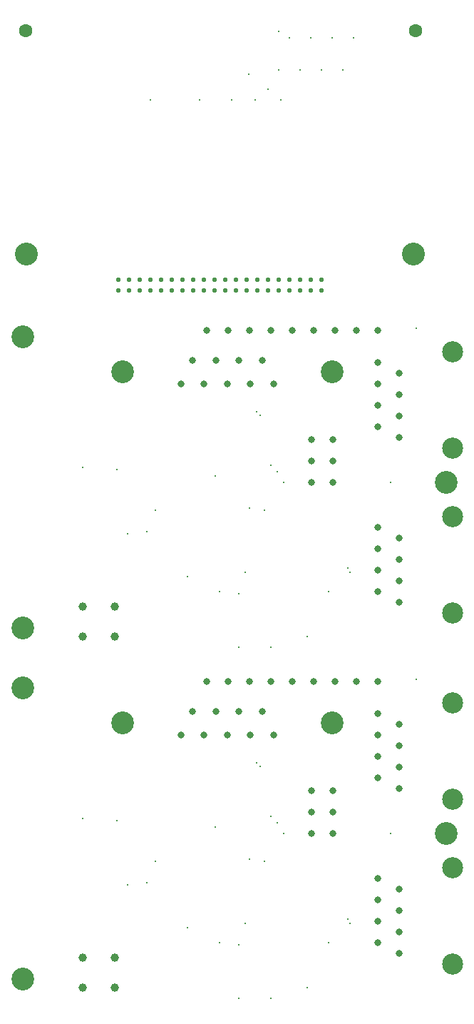
<source format=gbr>
G04 Generated by Ultiboard *
%FSLAX25Y25*%
%MOMM*%

%ADD10C,0.30000*%
%ADD11C,0.20000*%
%ADD12C,2.70000*%
%ADD13C,2.70942*%
%ADD14C,0.80000*%
%ADD15C,1.00000*%
%ADD16C,2.50000*%
%ADD17C,1.60000*%
%ADD18C,0.59258*%


%LNDrill-Copper Top-Copper Bottom*%
%LPD*%
%FSLAX25Y25*%
%MOMM*%
G54D10*
X3200400Y6375400D03*
X889000Y6426200D03*
X1295400Y6400800D03*
X3200400Y2209800D03*
X1422400Y1473200D03*
X889000Y2260600D03*
X1295400Y2235200D03*
X1651000Y1498600D03*
X2133600Y965200D03*
X2514600Y787400D03*
X2743200Y762000D03*
X2743200Y127000D03*
X3124200Y127000D03*
X2819400Y1016000D03*
X1752600Y1752600D03*
X2463800Y2159000D03*
X3048000Y1752600D03*
X2870200Y1778000D03*
X3124200Y2286000D03*
X3000000Y2880000D03*
X2960000Y2920000D03*
X1422400Y5638800D03*
X2743200Y4292600D03*
X3124200Y4292600D03*
X2133600Y5130800D03*
X1651000Y5664200D03*
X1752600Y5918200D03*
X2819400Y5181600D03*
X2514600Y4953000D03*
X2743200Y4927600D03*
X2463800Y6324600D03*
X3048000Y5918200D03*
X2870200Y5943600D03*
X4038600Y1066800D03*
X3810000Y787400D03*
X3556000Y254000D03*
X4064000Y1016000D03*
X3276600Y2082800D03*
X3556000Y4419600D03*
X4038600Y5232400D03*
X3810000Y4953000D03*
X3276600Y6248400D03*
X4064000Y5181600D03*
X3217520Y11142320D03*
X3217520Y11599520D03*
X3242920Y10786720D03*
X3124200Y6451600D03*
X3000000Y7045600D03*
X2960000Y7085600D03*
X1693520Y10786720D03*
X2277720Y10786720D03*
X2658720Y10786720D03*
X2938120Y10786720D03*
X2861920Y11091520D03*
X3090520Y10913720D03*
X3979520Y11142320D03*
X3471520Y11142320D03*
X3725520Y11142320D03*
X3598520Y11523320D03*
X3344520Y11523320D03*
X3852520Y11523320D03*
X4106520Y11523320D03*
G54D11*
X4546600Y2082800D03*
X4851400Y3911600D03*
X4546600Y6248400D03*
X4851400Y8077200D03*
G54D12*
X177800Y355600D03*
X177800Y3810000D03*
X177800Y4521200D03*
X177800Y7975600D03*
X5207000Y6248400D03*
X1367367Y3393017D03*
X3852333Y3393017D03*
X5207000Y2082800D03*
X1367367Y7558617D03*
X3852333Y7558617D03*
G54D13*
X220320Y8957920D03*
X4817720Y8957920D03*
G54D14*
X3606800Y6502400D03*
X3860800Y6502400D03*
X3606800Y6248400D03*
X3860800Y6248400D03*
X3606800Y6756400D03*
X3860800Y6756400D03*
X3124200Y3886200D03*
X2362200Y3886200D03*
X2870200Y3886200D03*
X2616200Y3886200D03*
X3632200Y3886200D03*
X3378200Y3886200D03*
X3886200Y3886200D03*
X4394200Y3886200D03*
X4140200Y3886200D03*
X3158067Y3251200D03*
X2057400Y3251200D03*
X2332567Y3251200D03*
X2607733Y3251200D03*
X2882900Y3251200D03*
X2470150Y3534833D03*
X2194983Y3534833D03*
X2745317Y3534833D03*
X3020483Y3534833D03*
X4394200Y3251200D03*
X4648200Y3124200D03*
X4394200Y2997200D03*
X4394200Y2743200D03*
X4648200Y2870200D03*
X4648200Y2616200D03*
X4394200Y3505200D03*
X4648200Y3378200D03*
X4394200Y1549400D03*
X4394200Y787400D03*
X4648200Y660400D03*
X4394200Y1041400D03*
X4394200Y1295400D03*
X4648200Y1168400D03*
X4648200Y914400D03*
X4648200Y1422400D03*
X3606800Y2336800D03*
X3860800Y2336800D03*
X3606800Y2082800D03*
X3860800Y2082800D03*
X3606800Y2590800D03*
X3860800Y2590800D03*
X4648200Y4826000D03*
X4648200Y5588000D03*
X4394200Y5461000D03*
X4394200Y4953000D03*
X4394200Y5207000D03*
X4648200Y5080000D03*
X4648200Y5334000D03*
X4394200Y5715000D03*
X3124200Y8051800D03*
X2362200Y8051800D03*
X2870200Y8051800D03*
X2616200Y8051800D03*
X3632200Y8051800D03*
X3378200Y8051800D03*
X3886200Y8051800D03*
X4394200Y8051800D03*
X4140200Y8051800D03*
X3158067Y7416800D03*
X2332567Y7416800D03*
X2470150Y7700433D03*
X2057400Y7416800D03*
X2194983Y7700433D03*
X2745317Y7700433D03*
X2882900Y7416800D03*
X2607733Y7416800D03*
X3020483Y7700433D03*
X4394200Y7162800D03*
X4648200Y7289800D03*
X4394200Y6908800D03*
X4648200Y6781800D03*
X4648200Y7035800D03*
X4394200Y7670800D03*
X4394200Y7416800D03*
X4648200Y7543800D03*
G54D15*
X889000Y609600D03*
X889000Y254000D03*
X1270000Y609600D03*
X1270000Y254000D03*
X889000Y4775200D03*
X1270000Y4775200D03*
X889000Y4419600D03*
X1270000Y4419600D03*
G54D16*
X5283200Y2489200D03*
X5283200Y3632200D03*
X5283200Y1676400D03*
X5283200Y533400D03*
X5283200Y4699000D03*
X5283200Y5842000D03*
X5283200Y6654800D03*
X5283200Y7797800D03*
G54D17*
X213520Y11606320D03*
X4846520Y11606020D03*
G54D18*
X3217520Y8526120D03*
X3217520Y8653120D03*
X1566520Y8526120D03*
X1566520Y8653120D03*
X1312520Y8526120D03*
X1312520Y8653120D03*
X1439520Y8526120D03*
X1439520Y8653120D03*
X1947520Y8526120D03*
X1947520Y8653120D03*
X1693520Y8653120D03*
X1693520Y8526120D03*
X1820520Y8526120D03*
X1820520Y8653120D03*
X2074520Y8653120D03*
X2074520Y8526120D03*
X2201520Y8526120D03*
X2328520Y8526120D03*
X2201520Y8653120D03*
X2328520Y8653120D03*
X2836520Y8653120D03*
X2836520Y8526120D03*
X2455520Y8653120D03*
X2455520Y8526120D03*
X2582520Y8526120D03*
X2709520Y8526120D03*
X2582520Y8653120D03*
X2709520Y8653120D03*
X2963520Y8526120D03*
X3090520Y8526120D03*
X2963520Y8653120D03*
X3090520Y8653120D03*
X3598520Y8653120D03*
X3598520Y8526120D03*
X3344520Y8526120D03*
X3471520Y8526120D03*
X3344520Y8653120D03*
X3471520Y8653120D03*
X3725520Y8526120D03*
X3725520Y8653120D03*

M00*

</source>
